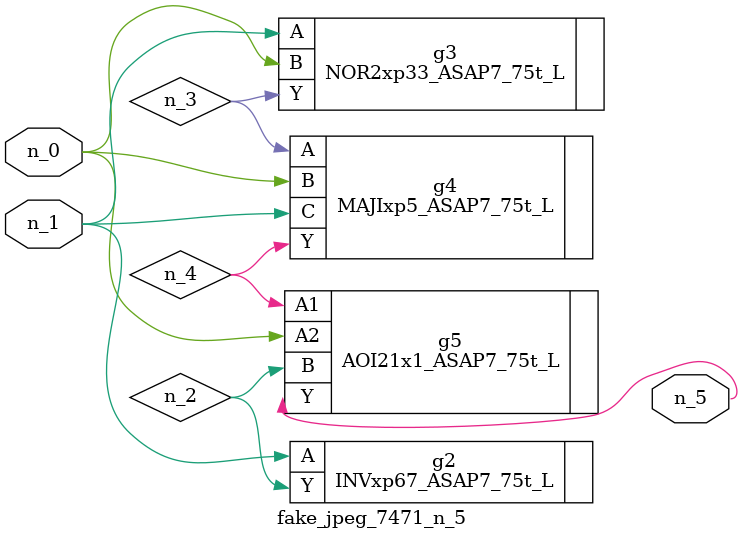
<source format=v>
module fake_jpeg_7471_n_5 (n_0, n_1, n_5);

input n_0;
input n_1;

output n_5;

wire n_2;
wire n_3;
wire n_4;

INVxp67_ASAP7_75t_L g2 ( 
.A(n_1),
.Y(n_2)
);

NOR2xp33_ASAP7_75t_L g3 ( 
.A(n_1),
.B(n_0),
.Y(n_3)
);

MAJIxp5_ASAP7_75t_L g4 ( 
.A(n_3),
.B(n_0),
.C(n_1),
.Y(n_4)
);

AOI21x1_ASAP7_75t_L g5 ( 
.A1(n_4),
.A2(n_0),
.B(n_2),
.Y(n_5)
);


endmodule
</source>
